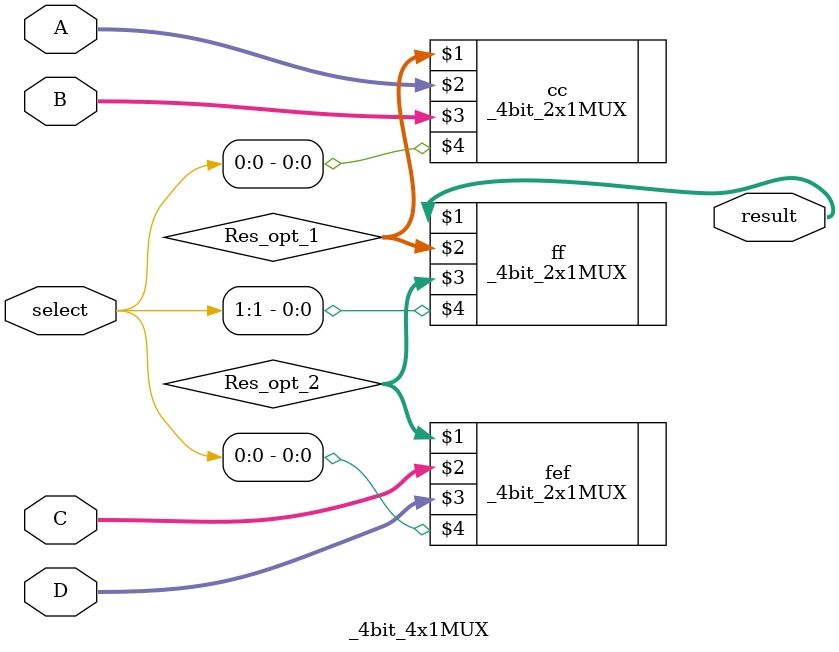
<source format=v>
module _4bit_4x1MUX (result, A, B, C, D, select);
input [3:0] A, B, C, D;
input [1:0] select;
output [3:0] result;
wire [3:0] Res_opt_1, Res_opt_2;

_4bit_2x1MUX  cc(Res_opt_1, A, B, select[0]);
_4bit_2x1MUX fef(Res_opt_2, C, D, select[0]);
_4bit_2x1MUX ff(result, Res_opt_1, Res_opt_2, select[1]);

endmodule
</source>
